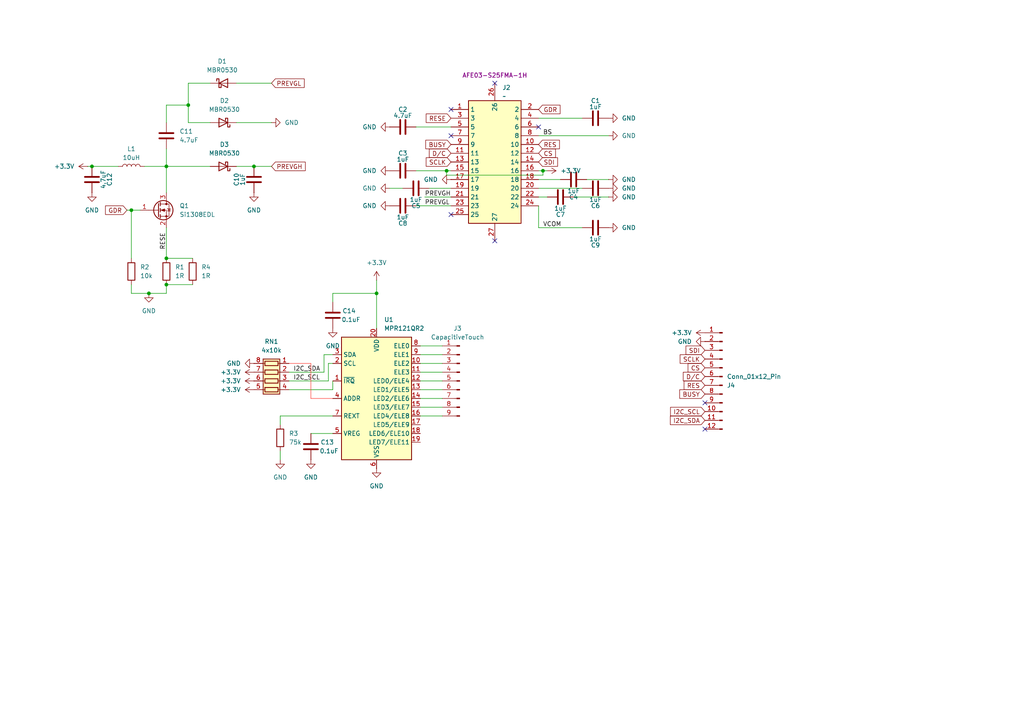
<source format=kicad_sch>
(kicad_sch (version 20250114) (generator "eeschema") (generator_version "9.0")
  (paper "A4")
  (lib_symbols
    (symbol "AFE03-S25FMA-1H:AFE03-S25FMA-1H"
      (property "Reference" "J2" (at 9.8141 3.81 0))
      (property "Value" "~" (at 9.8141 1.27 0))
      (property "Footprint" "AFE03-S25FMA-1H" (at 7.62 7.366 0))
      (symbol "AFE03-S25FMA-1H_1_1"
        (rectangle (start 15.24 0) (end 0 -35.56) (stroke (width 0.254)) (fill (type background)))
        (pin passive line (at -5.08 -2.54 0) (length 5.08) (name "1") (number "1"))
        (pin passive line (at -5.08 -5.08 0) (length 5.08) (name "3") (number "3"))
        (pin passive line (at -5.08 -7.62 0) (length 5.08) (name "5") (number "5"))
        (pin passive line (at -5.08 -10.16 0) (length 5.08) (name "7") (number "7"))
        (pin passive line (at -5.08 -12.7 0) (length 5.08) (name "9") (number "9"))
        (pin passive line (at -5.08 -15.24 0) (length 5.08) (name "11") (number "11"))
        (pin passive line (at -5.08 -17.78 0) (length 5.08) (name "13") (number "13"))
        (pin passive line (at -5.08 -20.32 0) (length 5.08) (name "15") (number "15"))
        (pin passive line (at -5.08 -22.86 0) (length 5.08) (name "17") (number "17"))
        (pin passive line (at -5.08 -25.4 0) (length 5.08) (name "19") (number "19"))
        (pin passive line (at -5.08 -27.94 0) (length 5.08) (name "21") (number "21"))
        (pin passive line (at -5.08 -30.48 0) (length 5.08) (name "23") (number "23"))
        (pin passive line (at -5.08 -33.02 0) (length 5.08) (name "25") (number "25"))
        (pin passive line (at 7.62 5.08 270) (length 5.08) (name "26") (number "26"))
        (pin passive line (at 7.62 -40.64 90) (length 5.08) (name "27") (number "27"))
        (pin passive line (at 20.32 -2.54 180) (length 5.08) (name "2") (number "2"))
        (pin passive line (at 20.32 -5.08 180) (length 5.08) (name "4") (number "4"))
        (pin passive line (at 20.32 -7.62 180) (length 5.08) (name "6") (number "6"))
        (pin passive line (at 20.32 -10.16 180) (length 5.08) (name "8") (number "8"))
        (pin passive line (at 20.32 -12.7 180) (length 5.08) (name "10") (number "10"))
        (pin passive line (at 20.32 -15.24 180) (length 5.08) (name "12") (number "12"))
        (pin passive line (at 20.32 -17.78 180) (length 5.08) (name "14") (number "14"))
        (pin passive line (at 20.32 -20.32 180) (length 5.08) (name "16") (number "16"))
        (pin passive line (at 20.32 -22.86 180) (length 5.08) (name "18") (number "18"))
        (pin passive line (at 20.32 -25.4 180) (length 5.08) (name "20") (number "20"))
        (pin passive line (at 20.32 -27.94 180) (length 5.08) (name "22") (number "22"))
        (pin passive line (at 20.32 -30.48 180) (length 5.08) (name "24") (number "24"))
      )
    )
    (symbol "Connector:Conn_01x09_Pin" (pin_names (offset 1.016) (hide yes))
      (property "Reference" "J" (at 0 12.7 0))
      (property "Value" "Conn_01x09_Pin" (at 0 -12.7 0))
      (symbol "Conn_01x09_Pin_1_1"
        (rectangle (start 0.8636 10.287) (end 0 10.033) (stroke (width 0.1524)) (fill (type outline)))
        (rectangle (start 0.8636 7.747) (end 0 7.493) (stroke (width 0.1524)) (fill (type outline)))
        (rectangle (start 0.8636 5.207) (end 0 4.953) (stroke (width 0.1524)) (fill (type outline)))
        (rectangle (start 0.8636 2.667) (end 0 2.413) (stroke (width 0.1524)) (fill (type outline)))
        (rectangle (start 0.8636 0.127) (end 0 -0.127) (stroke (width 0.1524)) (fill (type outline)))
        (rectangle (start 0.8636 -2.413) (end 0 -2.667) (stroke (width 0.1524)) (fill (type outline)))
        (rectangle (start 0.8636 -4.953) (end 0 -5.207) (stroke (width 0.1524)) (fill (type outline)))
        (rectangle (start 0.8636 -7.493) (end 0 -7.747) (stroke (width 0.1524)) (fill (type outline)))
        (rectangle (start 0.8636 -10.033) (end 0 -10.287) (stroke (width 0.1524)) (fill (type outline)))
        (polyline (pts (xy 1.27 10.16) (xy 0.8636 10.16)) (stroke (width 0.1524)))
        (polyline (pts (xy 1.27 7.62) (xy 0.8636 7.62)) (stroke (width 0.1524)))
        (polyline (pts (xy 1.27 5.08) (xy 0.8636 5.08)) (stroke (width 0.1524)))
        (polyline (pts (xy 1.27 2.54) (xy 0.8636 2.54)) (stroke (width 0.1524)))
        (polyline (pts (xy 1.27 0) (xy 0.8636 0)) (stroke (width 0.1524)))
        (polyline (pts (xy 1.27 -2.54) (xy 0.8636 -2.54)) (stroke (width 0.1524)))
        (polyline (pts (xy 1.27 -5.08) (xy 0.8636 -5.08)) (stroke (width 0.1524)))
        (polyline (pts (xy 1.27 -7.62) (xy 0.8636 -7.62)) (stroke (width 0.1524)))
        (polyline (pts (xy 1.27 -10.16) (xy 0.8636 -10.16)) (stroke (width 0.1524)))
        (pin passive line (at 5.08 10.16 180) (length 3.81) (name "Pin_1") (number "1"))
        (pin passive line (at 5.08 7.62 180) (length 3.81) (name "Pin_2") (number "2"))
        (pin passive line (at 5.08 5.08 180) (length 3.81) (name "Pin_3") (number "3"))
        (pin passive line (at 5.08 2.54 180) (length 3.81) (name "Pin_4") (number "4"))
        (pin passive line (at 5.08 0 180) (length 3.81) (name "Pin_5") (number "5"))
        (pin passive line (at 5.08 -2.54 180) (length 3.81) (name "Pin_6") (number "6"))
        (pin passive line (at 5.08 -5.08 180) (length 3.81) (name "Pin_7") (number "7"))
        (pin passive line (at 5.08 -7.62 180) (length 3.81) (name "Pin_8") (number "8"))
        (pin passive line (at 5.08 -10.16 180) (length 3.81) (name "Pin_9") (number "9"))
      )
    )
    (symbol "Connector:Conn_01x12_Pin" (pin_names (offset 1.016) (hide yes))
      (property "Reference" "J" (at 0 15.24 0))
      (property "Value" "Conn_01x12_Pin" (at 0 -17.78 0))
      (symbol "Conn_01x12_Pin_1_1"
        (rectangle (start 0.8636 12.827) (end 0 12.573) (stroke (width 0.1524)) (fill (type outline)))
        (rectangle (start 0.8636 10.287) (end 0 10.033) (stroke (width 0.1524)) (fill (type outline)))
        (rectangle (start 0.8636 7.747) (end 0 7.493) (stroke (width 0.1524)) (fill (type outline)))
        (rectangle (start 0.8636 5.207) (end 0 4.953) (stroke (width 0.1524)) (fill (type outline)))
        (rectangle (start 0.8636 2.667) (end 0 2.413) (stroke (width 0.1524)) (fill (type outline)))
        (rectangle (start 0.8636 0.127) (end 0 -0.127) (stroke (width 0.1524)) (fill (type outline)))
        (rectangle (start 0.8636 -2.413) (end 0 -2.667) (stroke (width 0.1524)) (fill (type outline)))
        (rectangle (start 0.8636 -4.953) (end 0 -5.207) (stroke (width 0.1524)) (fill (type outline)))
        (rectangle (start 0.8636 -7.493) (end 0 -7.747) (stroke (width 0.1524)) (fill (type outline)))
        (rectangle (start 0.8636 -10.033) (end 0 -10.287) (stroke (width 0.1524)) (fill (type outline)))
        (rectangle (start 0.8636 -12.573) (end 0 -12.827) (stroke (width 0.1524)) (fill (type outline)))
        (rectangle (start 0.8636 -15.113) (end 0 -15.367) (stroke (width 0.1524)) (fill (type outline)))
        (polyline (pts (xy 1.27 12.7) (xy 0.8636 12.7)) (stroke (width 0.1524)))
        (polyline (pts (xy 1.27 10.16) (xy 0.8636 10.16)) (stroke (width 0.1524)))
        (polyline (pts (xy 1.27 7.62) (xy 0.8636 7.62)) (stroke (width 0.1524)))
        (polyline (pts (xy 1.27 5.08) (xy 0.8636 5.08)) (stroke (width 0.1524)))
        (polyline (pts (xy 1.27 2.54) (xy 0.8636 2.54)) (stroke (width 0.1524)))
        (polyline (pts (xy 1.27 0) (xy 0.8636 0)) (stroke (width 0.1524)))
        (polyline (pts (xy 1.27 -2.54) (xy 0.8636 -2.54)) (stroke (width 0.1524)))
        (polyline (pts (xy 1.27 -5.08) (xy 0.8636 -5.08)) (stroke (width 0.1524)))
        (polyline (pts (xy 1.27 -7.62) (xy 0.8636 -7.62)) (stroke (width 0.1524)))
        (polyline (pts (xy 1.27 -10.16) (xy 0.8636 -10.16)) (stroke (width 0.1524)))
        (polyline (pts (xy 1.27 -12.7) (xy 0.8636 -12.7)) (stroke (width 0.1524)))
        (polyline (pts (xy 1.27 -15.24) (xy 0.8636 -15.24)) (stroke (width 0.1524)))
        (pin passive line (at 5.08 12.7 180) (length 3.81) (name "Pin_1") (number "1"))
        (pin passive line (at 5.08 10.16 180) (length 3.81) (name "Pin_2") (number "2"))
        (pin passive line (at 5.08 7.62 180) (length 3.81) (name "Pin_3") (number "3"))
        (pin passive line (at 5.08 5.08 180) (length 3.81) (name "Pin_4") (number "4"))
        (pin passive line (at 5.08 2.54 180) (length 3.81) (name "Pin_5") (number "5"))
        (pin passive line (at 5.08 0 180) (length 3.81) (name "Pin_6") (number "6"))
        (pin passive line (at 5.08 -2.54 180) (length 3.81) (name "Pin_7") (number "7"))
        (pin passive line (at 5.08 -5.08 180) (length 3.81) (name "Pin_8") (number "8"))
        (pin passive line (at 5.08 -7.62 180) (length 3.81) (name "Pin_9") (number "9"))
        (pin passive line (at 5.08 -10.16 180) (length 3.81) (name "Pin_10") (number "10"))
        (pin passive line (at 5.08 -12.7 180) (length 3.81) (name "Pin_11") (number "11"))
        (pin passive line (at 5.08 -15.24 180) (length 3.81) (name "Pin_12") (number "12"))
      )
    )
    (symbol "Device:C" (pin_numbers (hide yes)) (pin_names (offset 0.254))
      (property "Reference" "C" (at 0.635 2.54 0))
      (property "Value" "C" (at 0.635 -2.54 0))
      (symbol "C_0_1"
        (polyline (pts (xy -2.032 0.762) (xy 2.032 0.762)) (stroke (width 0.508)))
        (polyline (pts (xy -2.032 -0.762) (xy 2.032 -0.762)) (stroke (width 0.508)))
      )
      (symbol "C_1_1"
        (pin passive line (at 0 3.81 270) (length 2.794) (name "~") (number "1"))
        (pin passive line (at 0 -3.81 90) (length 2.794) (name "~") (number "2"))
      )
    )
    (symbol "Device:L" (pin_numbers (hide yes)) (pin_names (offset 1.016) (hide yes))
      (property "Reference" "L" (at -1.27 0 90))
      (property "Value" "L" (at 1.905 0 90))
      (symbol "L_0_1"
        (arc (start 0 2.54) (mid 0.6323 1.905) (end 0 1.27))
        (arc (start 0 1.27) (mid 0.6323 0.635) (end 0 0))
        (arc (start 0 0) (mid 0.6323 -0.635) (end 0 -1.27))
        (arc (start 0 -1.27) (mid 0.6323 -1.905) (end 0 -2.54))
      )
      (symbol "L_1_1"
        (pin passive line (at 0 3.81 270) (length 1.27) (name "1") (number "1"))
        (pin passive line (at 0 -3.81 90) (length 1.27) (name "2") (number "2"))
      )
    )
    (symbol "Device:R" (pin_numbers (hide yes)) (pin_names (offset 0))
      (property "Reference" "R" (at 2.032 0 90))
      (property "Value" "R" (at 0 0 90))
      (symbol "R_0_1"
        (rectangle (start -1.016 -2.54) (end 1.016 2.54) (stroke (width 0.254)))
      )
      (symbol "R_1_1"
        (pin passive line (at 0 3.81 270) (length 1.27) (name "~") (number "1"))
        (pin passive line (at 0 -3.81 90) (length 1.27) (name "~") (number "2"))
      )
    )
    (symbol "Device:R_Pack04" (pin_names (offset 0) (hide yes))
      (property "Reference" "RN" (at -7.62 0 90))
      (property "Value" "R_Pack04" (at 5.08 0 90))
      (symbol "R_Pack04_0_1"
        (rectangle (start -6.35 -2.413) (end 3.81 2.413) (stroke (width 0.254)) (fill (type background)))
        (rectangle (start -5.715 1.905) (end -4.445 -1.905) (stroke (width 0.254)))
        (polyline (pts (xy -5.08 1.905) (xy -5.08 2.54)))
        (polyline (pts (xy -5.08 -2.54) (xy -5.08 -1.905)))
        (rectangle (start -3.175 1.905) (end -1.905 -1.905) (stroke (width 0.254)))
        (polyline (pts (xy -2.54 1.905) (xy -2.54 2.54)))
        (polyline (pts (xy -2.54 -2.54) (xy -2.54 -1.905)))
        (rectangle (start -0.635 1.905) (end 0.635 -1.905) (stroke (width 0.254)))
        (polyline (pts (xy 0 1.905) (xy 0 2.54)))
        (polyline (pts (xy 0 -2.54) (xy 0 -1.905)))
        (rectangle (start 1.905 1.905) (end 3.175 -1.905) (stroke (width 0.254)))
        (polyline (pts (xy 2.54 1.905) (xy 2.54 2.54)))
        (polyline (pts (xy 2.54 -2.54) (xy 2.54 -1.905)))
      )
      (symbol "R_Pack04_1_1"
        (pin passive line (at -5.08 5.08 270) (length 2.54) (name "R1.2") (number "8"))
        (pin passive line (at -5.08 -5.08 90) (length 2.54) (name "R1.1") (number "1"))
        (pin passive line (at -2.54 5.08 270) (length 2.54) (name "R2.2") (number "7"))
        (pin passive line (at -2.54 -5.08 90) (length 2.54) (name "R2.1") (number "2"))
        (pin passive line (at 0 5.08 270) (length 2.54) (name "R3.2") (number "6"))
        (pin passive line (at 0 -5.08 90) (length 2.54) (name "R3.1") (number "3"))
        (pin passive line (at 2.54 5.08 270) (length 2.54) (name "R4.2") (number "5"))
        (pin passive line (at 2.54 -5.08 90) (length 2.54) (name "R4.1") (number "4"))
      )
    )
    (symbol "Diode:MBR0530" (pin_numbers (hide yes)) (pin_names (offset 1.016) (hide yes))
      (property "Reference" "D" (at 0 2.54 0))
      (property "Value" "MBR0530" (at 0 -2.54 0))
      (symbol "MBR0530_0_1"
        (polyline (pts (xy -1.905 0.635) (xy -1.905 1.27) (xy -1.27 1.27) (xy -1.27 -1.27) (xy -0.635 -1.27) (xy -0.635 -0.635)) (stroke (width 0.254)))
        (polyline (pts (xy 1.27 1.27) (xy 1.27 -1.27) (xy -1.27 0) (xy 1.27 1.27)) (stroke (width 0.254)))
        (polyline (pts (xy 1.27 0) (xy -1.27 0)))
      )
      (symbol "MBR0530_1_1"
        (pin passive line (at -3.81 0 0) (length 2.54) (name "K") (number "1"))
        (pin passive line (at 3.81 0 180) (length 2.54) (name "A") (number "2"))
      )
    )
    (symbol "Sensor_Touch:MPR121QR2"
      (property "Reference" "U" (at -10.16 19.05 0))
      (property "Value" "MPR121QR2" (at 6.35 19.05 0))
      (symbol "MPR121QR2_0_1"
        (rectangle (start -10.16 17.78) (end 10.16 -17.78) (stroke (width 0.254)) (fill (type background)))
      )
      (symbol "MPR121QR2_1_1"
        (pin bidirectional line (at -12.7 12.7 0) (length 2.54) (name "SDA") (number "3"))
        (pin input line (at -12.7 10.16 0) (length 2.54) (name "SCL") (number "2"))
        (pin open_collector line (at -12.7 5.08 0) (length 2.54) (name "~{IRQ}") (number "1"))
        (pin input line (at -12.7 0 0) (length 2.54) (name "ADDR") (number "4"))
        (pin passive line (at -12.7 -5.08 0) (length 2.54) (name "REXT") (number "7"))
        (pin passive line (at -12.7 -10.16 0) (length 2.54) (name "VREG") (number "5"))
        (pin power_in line (at 0 20.32 270) (length 2.54) (name "VDD") (number "20"))
        (pin power_in line (at 0 -20.32 90) (length 2.54) (name "VSS") (number "6"))
        (pin passive line (at 12.7 15.24 180) (length 2.54) (name "ELE0") (number "8"))
        (pin passive line (at 12.7 12.7 180) (length 2.54) (name "ELE1") (number "9"))
        (pin passive line (at 12.7 10.16 180) (length 2.54) (name "ELE2") (number "10"))
        (pin passive line (at 12.7 7.62 180) (length 2.54) (name "ELE3") (number "11"))
        (pin passive line (at 12.7 5.08 180) (length 2.54) (name "LED0/ELE4") (number "12"))
        (pin passive line (at 12.7 2.54 180) (length 2.54) (name "LED1/ELE5") (number "13"))
        (pin passive line (at 12.7 0 180) (length 2.54) (name "LED2/ELE6") (number "14"))
        (pin passive line (at 12.7 -2.54 180) (length 2.54) (name "LED3/ELE7") (number "15"))
        (pin passive line (at 12.7 -5.08 180) (length 2.54) (name "LED4/ELE8") (number "16"))
        (pin passive line (at 12.7 -7.62 180) (length 2.54) (name "LED5/ELE9") (number "17"))
        (pin passive line (at 12.7 -10.16 180) (length 2.54) (name "LED6/ELE10") (number "18"))
        (pin passive line (at 12.7 -12.7 180) (length 2.54) (name "LED7/ELE11") (number "19"))
      )
    )
    (symbol "Transistor_FET:Si1308EDL" (pin_names (hide yes))
      (property "Reference" "Q" (at 5.08 1.905 0))
      (property "Value" "Si1308EDL" (at 5.08 0 0))
      (symbol "Si1308EDL_0_1"
        (polyline (pts (xy 0.254 1.905) (xy 0.254 -1.905)) (stroke (width 0.254)))
        (polyline (pts (xy 0.254 0) (xy -2.54 0)))
        (polyline (pts (xy 0.762 2.286) (xy 0.762 1.27)) (stroke (width 0.254)))
        (polyline (pts (xy 0.762 0.508) (xy 0.762 -0.508)) (stroke (width 0.254)))
        (polyline (pts (xy 0.762 -1.27) (xy 0.762 -2.286)) (stroke (width 0.254)))
        (polyline (pts (xy 0.762 -1.778) (xy 3.302 -1.778) (xy 3.302 1.778) (xy 0.762 1.778)))
        (polyline (pts (xy 1.016 0) (xy 2.032 0.381) (xy 2.032 -0.381) (xy 1.016 0)) (fill (type outline)))
        (circle (center 1.651 0) (radius 2.794) (stroke (width 0.254)))
        (polyline (pts (xy 2.54 2.54) (xy 2.54 1.778)))
        (circle (center 2.54 1.778) (radius 0.254) (fill (type outline)))
        (circle (center 2.54 -1.778) (radius 0.254) (fill (type outline)))
        (polyline (pts (xy 2.54 -2.54) (xy 2.54 0) (xy 0.762 0)))
        (polyline (pts (xy 2.794 0.508) (xy 2.921 0.381) (xy 3.683 0.381) (xy 3.81 0.254)))
        (polyline (pts (xy 3.302 0.381) (xy 2.921 -0.254) (xy 3.683 -0.254) (xy 3.302 0.381)))
      )
      (symbol "Si1308EDL_1_1"
        (pin input line (at -5.08 0 0) (length 2.54) (name "G") (number "1"))
        (pin passive line (at 2.54 5.08 270) (length 2.54) (name "D") (number "3"))
        (pin passive line (at 2.54 -5.08 90) (length 2.54) (name "S") (number "2"))
      )
    )
    (symbol "power:+3.3V" (power) (pin_numbers (hide yes)) (pin_names (offset 0) (hide yes))
      (property "Value" "+3.3V" (at 0 3.556 0))
      (symbol "+3.3V_0_1"
        (polyline (pts (xy -0.762 1.27) (xy 0 2.54)))
        (polyline (pts (xy 0 2.54) (xy 0.762 1.27)))
        (polyline (pts (xy 0 0) (xy 0 2.54)))
      )
      (symbol "+3.3V_1_1"
        (pin power_in line (at 0 0 90) (length 0) (name "~") (number "1"))
      )
    )
    (symbol "power:GND" (power) (pin_numbers (hide yes)) (pin_names (offset 0) (hide yes))
      (property "Value" "GND" (at 0 -3.81 0))
      (symbol "GND_0_1"
        (polyline (pts (xy 0 0) (xy 0 -1.27) (xy 1.27 -1.27) (xy 0 -2.54) (xy -1.27 -1.27) (xy 0 -1.27)))
      )
      (symbol "GND_1_1"
        (pin power_in line (at 0 0 270) (length 0) (name "~") (number "1"))
      )
    )
  )
  (junction (at 129.54 49.53))
  (junction (at 43.18 85.09))
  (junction (at 109.22 85.09))
  (junction (at 54.61 30.48))
  (junction (at 48.26 82.55))
  (junction (at 73.66 48.26))
  (junction (at 157.48 49.53))
  (junction (at 48.26 74.93))
  (junction (at 26.67 48.26))
  (junction (at 48.26 48.26))
  (junction (at 38.1 60.96))
  (no_connect (at 130.81 62.23))
  (no_connect (at 143.51 69.85))
  (no_connect (at 204.47 124.46))
  (no_connect (at 130.81 31.75))
  (no_connect (at 143.51 24.13))
  (no_connect (at 204.47 116.84))
  (no_connect (at 130.81 39.37))
  (no_connect (at 156.21 36.83))
  (wire (pts (xy 113.03 54.61) (xy 116.84 54.61)))
  (wire (pts (xy 54.61 35.56) (xy 60.96 35.56)))
  (wire (pts (xy 176.53 57.15) (xy 166.37 57.15)))
  (wire (pts (xy 38.1 60.96) (xy 40.64 60.96)))
  (wire (pts (xy 26.67 48.26) (xy 34.29 48.26)))
  (wire (pts (xy 48.26 85.09) (xy 48.26 82.55)))
  (wire (pts (xy 121.92 102.87) (xy 128.27 102.87)))
  (wire (pts (xy 158.75 49.53) (xy 157.48 49.53)))
  (wire (pts (xy 121.92 115.57) (xy 128.27 115.57)))
  (wire (pts (xy 121.92 113.03) (xy 128.27 113.03)))
  (wire (pts (xy 96.52 102.87) (xy 93.98 102.87)))
  (wire (pts (xy 48.26 66.04) (xy 48.26 74.93)))
  (wire (pts (xy 157.48 49.53) (xy 156.21 49.53)))
  (wire (pts (xy 109.22 81.28) (xy 109.22 85.09)))
  (wire (pts (xy 156.21 59.69) (xy 156.21 66.04)))
  (wire (pts (xy 121.92 118.11) (xy 128.27 118.11)))
  (wire (pts (xy 129.54 49.53) (xy 129.54 50.8)))
  (wire (pts (xy 38.1 85.09) (xy 43.18 85.09)))
  (wire (pts (xy 54.61 30.48) (xy 54.61 35.56)))
  (wire (pts (xy 156.21 57.15) (xy 158.75 57.15)))
  (wire (pts (xy 96.52 113.03) (xy 96.52 110.49)))
  (wire (pts (xy 121.92 100.33) (xy 128.27 100.33)))
  (wire (pts (xy 83.82 110.49) (xy 95.25 110.49)))
  (wire (pts (xy 96.52 85.09) (xy 109.22 85.09)))
  (wire (pts (xy 48.26 55.88) (xy 48.26 48.26)))
  (wire (pts (xy 78.74 24.13) (xy 68.58 24.13)))
  (wire (pts (xy 156.21 34.29) (xy 168.91 34.29)))
  (wire (pts (xy 90.17 105.41) (xy 83.82 105.41)) (stroke (width 0) (color 255 63 56 1)))
  (wire (pts (xy 68.58 48.26) (xy 73.66 48.26)))
  (wire (pts (xy 129.54 49.53) (xy 130.81 49.53)))
  (wire (pts (xy 156.21 66.04) (xy 168.91 66.04)))
  (wire (pts (xy 95.25 105.41) (xy 95.25 110.49)))
  (wire (pts (xy 121.92 107.95) (xy 128.27 107.95)))
  (wire (pts (xy 129.54 50.8) (xy 157.48 50.8)))
  (wire (pts (xy 43.18 85.09) (xy 48.26 85.09)))
  (wire (pts (xy 156.21 54.61) (xy 168.91 54.61)))
  (wire (pts (xy 93.98 102.87) (xy 93.98 107.95)))
  (wire (pts (xy 36.83 60.96) (xy 38.1 60.96)))
  (wire (pts (xy 41.91 48.26) (xy 48.26 48.26)))
  (wire (pts (xy 157.48 50.8) (xy 157.48 49.53)))
  (wire (pts (xy 96.52 125.73) (xy 90.17 125.73)))
  (wire (pts (xy 90.17 115.57) (xy 90.17 105.41)) (stroke (width 0) (color 255 63 56 1)))
  (wire (pts (xy 60.96 24.13) (xy 54.61 24.13)))
  (wire (pts (xy 123.19 57.15) (xy 130.81 57.15)))
  (wire (pts (xy 81.28 133.35) (xy 81.28 130.81)))
  (wire (pts (xy 81.28 123.19) (xy 81.28 120.65)))
  (wire (pts (xy 176.53 52.07) (xy 170.18 52.07)))
  (wire (pts (xy 38.1 82.55) (xy 38.1 85.09)))
  (wire (pts (xy 96.52 105.41) (xy 95.25 105.41)))
  (wire (pts (xy 96.52 115.57) (xy 90.17 115.57)) (stroke (width 0) (color 255 63 56 1)))
  (wire (pts (xy 109.22 85.09) (xy 109.22 95.25)))
  (wire (pts (xy 120.65 59.69) (xy 130.81 59.69)))
  (wire (pts (xy 48.26 48.26) (xy 60.96 48.26)))
  (wire (pts (xy 83.82 113.03) (xy 96.52 113.03)))
  (wire (pts (xy 48.26 35.56) (xy 48.26 30.48)))
  (wire (pts (xy 78.74 35.56) (xy 68.58 35.56)))
  (wire (pts (xy 121.92 120.65) (xy 128.27 120.65)))
  (wire (pts (xy 25.4 48.26) (xy 26.67 48.26)))
  (wire (pts (xy 120.65 36.83) (xy 130.81 36.83)))
  (wire (pts (xy 38.1 60.96) (xy 38.1 74.93)))
  (wire (pts (xy 121.92 110.49) (xy 128.27 110.49)))
  (wire (pts (xy 120.65 49.53) (xy 129.54 49.53)))
  (wire (pts (xy 54.61 24.13) (xy 54.61 30.48)))
  (wire (pts (xy 48.26 82.55) (xy 55.88 82.55)))
  (wire (pts (xy 124.46 54.61) (xy 130.81 54.61)))
  (wire (pts (xy 176.53 39.37) (xy 156.21 39.37)))
  (wire (pts (xy 83.82 107.95) (xy 93.98 107.95)))
  (wire (pts (xy 96.52 87.63) (xy 96.52 85.09)))
  (wire (pts (xy 55.88 74.93) (xy 48.26 74.93)))
  (wire (pts (xy 81.28 120.65) (xy 96.52 120.65)))
  (wire (pts (xy 48.26 30.48) (xy 54.61 30.48)))
  (wire (pts (xy 48.26 43.18) (xy 48.26 48.26)))
  (wire (pts (xy 73.66 48.26) (xy 78.74 48.26)))
  (wire (pts (xy 156.21 52.07) (xy 162.56 52.07)))
  (wire (pts (xy 121.92 105.41) (xy 128.27 105.41)))
  (label "I2C_SCL" (at 85.09 110.49 0))
  (label "PREVGL" (at 123.19 59.69 0))
  (label "PREVGH" (at 123.19 57.15 0))
  (label "RESE" (at 48.26 72.39 90))
  (label "BS" (at 157.48 39.37 0))
  (label "VCOM" (at 157.48 66.04 0))
  (label "I2C_SDA" (at 85.09 107.95 0))
  (global_label "D{slash}C" (shape input) (at 130.81 44.45 180) (property "Intersheetrefs" "${INTERSHEET_REFS}" (effects (hide yes))))
  (global_label "GDR" (shape input) (at 156.21 31.75 0) (property "Intersheetrefs" "${INTERSHEET_REFS}" (effects (hide yes))))
  (global_label "D{slash}C" (shape input) (at 204.47 109.22 180) (property "Intersheetrefs" "${INTERSHEET_REFS}" (effects (hide yes))))
  (global_label "SCLK" (shape input) (at 130.81 46.99 180) (property "Intersheetrefs" "${INTERSHEET_REFS}" (effects (hide yes))))
  (global_label "GDR" (shape input) (at 36.83 60.96 180) (property "Intersheetrefs" "${INTERSHEET_REFS}" (effects (hide yes))))
  (global_label "I2C_SDA" (shape input) (at 204.47 121.92 180) (property "Intersheetrefs" "${INTERSHEET_REFS}" (effects (hide yes))))
  (global_label "SDI" (shape input) (at 204.47 101.6 180) (property "Intersheetrefs" "${INTERSHEET_REFS}" (effects (hide yes))))
  (global_label "PREVGH" (shape input) (at 78.74 48.26 0) (property "Intersheetrefs" "${INTERSHEET_REFS}" (effects (hide yes))))
  (global_label "CS" (shape input) (at 204.47 106.68 180) (property "Intersheetrefs" "${INTERSHEET_REFS}" (effects (hide yes))))
  (global_label "SDI" (shape input) (at 156.21 46.99 0) (property "Intersheetrefs" "${INTERSHEET_REFS}" (effects (hide yes))))
  (global_label "BUSY" (shape input) (at 204.47 114.3 180) (property "Intersheetrefs" "${INTERSHEET_REFS}" (effects (hide yes))))
  (global_label "RES" (shape input) (at 156.21 41.91 0) (property "Intersheetrefs" "${INTERSHEET_REFS}" (effects (hide yes))))
  (global_label "RES" (shape input) (at 204.47 111.76 180) (property "Intersheetrefs" "${INTERSHEET_REFS}" (effects (hide yes))))
  (global_label "SCLK" (shape input) (at 204.47 104.14 180) (property "Intersheetrefs" "${INTERSHEET_REFS}" (effects (hide yes))))
  (global_label "I2C_SCL" (shape input) (at 204.47 119.38 180) (property "Intersheetrefs" "${INTERSHEET_REFS}" (effects (hide yes))))
  (global_label "CS" (shape input) (at 156.21 44.45 0) (property "Intersheetrefs" "${INTERSHEET_REFS}" (effects (hide yes))))
  (global_label "PREVGL" (shape input) (at 78.74 24.13 0) (property "Intersheetrefs" "${INTERSHEET_REFS}" (effects (hide yes))))
  (global_label "RESE" (shape input) (at 130.81 34.29 180) (property "Intersheetrefs" "${INTERSHEET_REFS}" (effects (hide yes))))
  (global_label "BUSY" (shape input) (at 130.81 41.91 180) (property "Intersheetrefs" "${INTERSHEET_REFS}" (effects (hide yes))))
  (symbol (lib_id "power:+3.3V") (at 73.66 107.95 90) (unit 1)
    (property "Reference" "#PWR019" (effects (hide yes)))
    (property "Value" "+3.3V" (at 69.85 107.9499 90) (effects (justify left)))
    (property "Description" "Power symbol creates a global label with name \"+3.3V\"" (effects (hide yes)))
  )
  (symbol (lib_id "power:GND") (at 176.53 39.37 90) (unit 1)
    (property "Reference" "#PWR03" (effects (hide yes)))
    (property "Value" "GND" (at 180.34 39.3699 90) (effects (justify right)))
    (property "Description" "Power symbol creates a global label with name \"GND\" , ground" (effects (hide yes)))
  )
  (symbol (lib_id "Sensor_Touch:MPR121QR2") (at 109.22 115.57 0) (unit 1)
    (property "Reference" "U1" (at 111.4141 92.71 0) (effects (justify left)))
    (property "Value" "MPR121QR2" (at 111.4141 95.25 0) (effects (justify left)))
    (property "Footprint" "Package_DFN_QFN:UQFN-20_3x3mm_P0.4mm" (effects (hide yes)))
    (property "Datasheet" "https://resurgentsemi.com/wp-content/uploads/2018/09/MPR121_rev5-Resurgent.pdf?d453f8&d453f8" (effects (hide yes)))
    (property "Description" "12ch Touch Sensor controller, UQFN-20" (effects (hide yes)))
    (property "MPN" "MPR121QR2" (effects (hide yes)))
  )
  (symbol (lib_id "Connector:Conn_01x09_Pin") (at 133.35 110.49 0) (mirror y) (unit 1)
    (property "Reference" "J3" (at 132.715 95.25 0))
    (property "Value" "CapacitiveTouch" (at 132.715 97.79 0))
    (property "Footprint" "TouchSlider:TouchSlider-9_50x10mm" (effects (hide yes)))
    (property "Description" "Generic connector, single row, 01x09, script generated" (effects (hide yes)))
  )
  (symbol (lib_id "power:+3.3V") (at 158.75 49.53 270) (unit 1)
    (property "Reference" "#PWR017" (effects (hide yes)))
    (property "Value" "+3.3V" (at 162.56 49.5299 90) (effects (justify left)))
    (property "Description" "Power symbol creates a global label with name \"+3.3V\"" (effects (hide yes)))
  )
  (symbol (lib_id "Device:C") (at 166.37 52.07 270) (unit 1)
    (property "Reference" "C4" (at 166.37 57.15 90))
    (property "Value" "1uF" (at 166.37 55.372 90))
    (property "Footprint" "Capacitor_SMD:C_0402_1005Metric" (effects (hide yes)))
    (property "Description" "Unpolarized capacitor" (effects (hide yes)))
    (property "MPN" "CL05A105KA5NQNC" (effects (hide yes)))
  )
  (symbol (lib_id "power:GND") (at 176.53 57.15 90) (unit 1)
    (property "Reference" "#PWR09" (effects (hide yes)))
    (property "Value" "GND" (at 180.34 57.1501 90) (effects (justify right)))
    (property "Description" "Power symbol creates a global label with name \"GND\" , ground" (effects (hide yes)))
  )
  (symbol (lib_id "AFE03-S25FMA-1H:AFE03-S25FMA-1H") (at 135.89 29.21 0) (unit 1)
    (property "Reference" "J2" (at 145.7041 25.4 0) (effects (justify left)))
    (property "Value" "~" (at 145.7041 27.94 0) (effects (justify left)))
    (property "Footprint" "AFE03-S25FMA-1H" (at 143.51 21.844 0))
    (property "MPN" "AFE03-S25FMA-1H" (effects (hide yes)))
  )
  (symbol (lib_id "Device:C") (at 172.72 66.04 270) (unit 1)
    (property "Reference" "C9" (at 172.72 71.12 90))
    (property "Value" "1uF" (at 172.72 69.342 90))
    (property "Footprint" "Capacitor_SMD:C_0402_1005Metric" (effects (hide yes)))
    (property "Description" "Unpolarized capacitor" (effects (hide yes)))
    (property "MPN" "CL05A105KA5NQNC" (effects (hide yes)))
  )
  (symbol (lib_id "Device:C") (at 48.26 39.37 0) (unit 1)
    (property "Reference" "C11" (at 52.07 38.0999 0) (effects (justify left)))
    (property "Value" "4.7uF" (at 52.07 40.6399 0) (effects (justify left)))
    (property "Footprint" "Capacitor_SMD:C_0805_2012Metric" (effects (hide yes)))
    (property "Description" "Unpolarized capacitor" (effects (hide yes)))
    (property "MPN" "CL21A475KAQNNNE" (effects (hide yes)))
  )
  (symbol (lib_id "power:GND") (at 176.53 66.04 90) (unit 1)
    (property "Reference" "#PWR011" (effects (hide yes)))
    (property "Value" "GND" (at 180.34 66.0401 90) (effects (justify right)))
    (property "Description" "Power symbol creates a global label with name \"GND\" , ground" (effects (hide yes)))
  )
  (symbol (lib_id "power:GND") (at 113.03 49.53 270) (unit 1)
    (property "Reference" "#PWR04" (effects (hide yes)))
    (property "Value" "GND" (at 109.22 49.5299 90) (effects (justify right)))
    (property "Description" "Power symbol creates a global label with name \"GND\" , ground" (effects (hide yes)))
  )
  (symbol (lib_id "Device:C") (at 73.66 52.07 180) (unit 1)
    (property "Reference" "C10" (at 68.58 52.07 90))
    (property "Value" "1uF" (at 70.358 52.07 90))
    (property "Footprint" "Capacitor_SMD:C_0402_1005Metric" (effects (hide yes)))
    (property "Description" "Unpolarized capacitor" (effects (hide yes)))
    (property "MPN" "CL05A105KA5NQNC" (effects (hide yes)))
  )
  (symbol (lib_id "power:GND") (at 96.52 95.25 0) (unit 1)
    (property "Reference" "#PWR025" (effects (hide yes)))
    (property "Value" "GND" (at 96.52 100.33 0))
    (property "Description" "Power symbol creates a global label with name \"GND\" , ground" (effects (hide yes)))
  )
  (symbol (lib_id "power:+3.3V") (at 204.47 96.52 90) (unit 1)
    (property "Reference" "#PWR030" (effects (hide yes)))
    (property "Value" "+3.3V" (at 200.66 96.5199 90) (effects (justify left)))
    (property "Description" "Power symbol creates a global label with name \"+3.3V\"" (effects (hide yes)))
  )
  (symbol (lib_id "Device:C") (at 96.52 91.44 0) (unit 1)
    (property "Reference" "C14" (at 99.314 90.17 0) (effects (justify left)))
    (property "Value" "0.1uF" (at 99.06 92.71 0) (effects (justify left)))
    (property "Footprint" "Capacitor_SMD:C_0402_1005Metric" (effects (hide yes)))
    (property "Description" "Unpolarized capacitor" (effects (hide yes)))
    (property "MPN" "CL05B104KO5NNNC" (effects (hide yes)))
  )
  (symbol (lib_id "power:GND") (at 130.81 52.07 270) (unit 1)
    (property "Reference" "#PWR05" (effects (hide yes)))
    (property "Value" "GND" (at 127 52.0699 90) (effects (justify right)))
    (property "Description" "Power symbol creates a global label with name \"GND\" , ground" (effects (hide yes)))
  )
  (symbol (lib_id "Connector:Conn_01x12_Pin") (at 209.55 109.22 0) (mirror y) (unit 1)
    (property "Reference" "J4" (at 210.82 111.7601 0) (effects (justify right)))
    (property "Value" "Conn_01x12_Pin" (at 210.82 109.2201 0) (effects (justify right)))
    (property "Footprint" "AFC01-S12FCA-00:AFC01-S12FCA-00" (effects (hide yes)))
    (property "Description" "Generic connector, single row, 01x12, script generated" (effects (hide yes)))
    (property "MPN" "AFC01-S12FCA-00" (effects (hide yes)))
  )
  (symbol (lib_id "power:GND") (at 90.17 133.35 0) (unit 1)
    (property "Reference" "#PWR024" (effects (hide yes)))
    (property "Value" "GND" (at 90.17 138.43 0))
    (property "Description" "Power symbol creates a global label with name \"GND\" , ground" (effects (hide yes)))
  )
  (symbol (lib_id "power:GND") (at 26.67 55.88 0) (unit 1)
    (property "Reference" "#PWR014" (effects (hide yes)))
    (property "Value" "GND" (at 26.67 60.96 0))
    (property "Description" "Power symbol creates a global label with name \"GND\" , ground" (effects (hide yes)))
  )
  (symbol (lib_id "power:+3.3V") (at 73.66 110.49 90) (unit 1)
    (property "Reference" "#PWR020" (effects (hide yes)))
    (property "Value" "+3.3V" (at 69.85 110.4899 90) (effects (justify left)))
    (property "Description" "Power symbol creates a global label with name \"+3.3V\"" (effects (hide yes)))
  )
  (symbol (lib_id "power:GND") (at 73.66 55.88 0) (unit 1)
    (property "Reference" "#PWR012" (effects (hide yes)))
    (property "Value" "GND" (at 73.66 60.96 0))
    (property "Description" "Power symbol creates a global label with name \"GND\" , ground" (effects (hide yes)))
  )
  (symbol (lib_id "Diode:MBR0530") (at 64.77 48.26 180) (unit 1)
    (property "Reference" "D3" (at 65.0875 41.91 0))
    (property "Value" "MBR0530" (at 65.0875 44.45 0))
    (property "Footprint" "Diode_SMD:D_SOD-123" (effects (hide yes)))
    (property "Datasheet" "http://www.mccsemi.com/up_pdf/MBR0520~MBR0580(SOD123).pdf" (effects (hide yes)))
    (property "Description" "30V 0.5A Schottky Power Rectifier Diode, SOD-123" (effects (hide yes)))
    (property "MPN" "MBR0530" (effects (hide yes)))
  )
  (symbol (lib_id "power:GND") (at 204.47 99.06 270) (unit 1)
    (property "Reference" "#PWR029" (effects (hide yes)))
    (property "Value" "GND" (at 200.66 99.0599 90) (effects (justify right)))
    (property "Description" "Power symbol creates a global label with name \"GND\" , ground" (effects (hide yes)))
  )
  (symbol (lib_id "Device:C") (at 172.72 34.29 90) (unit 1)
    (property "Reference" "C1" (at 172.72 29.21 90))
    (property "Value" "1uF" (at 172.72 30.988 90))
    (property "Footprint" "Capacitor_SMD:C_0402_1005Metric" (effects (hide yes)))
    (property "Description" "Unpolarized capacitor" (effects (hide yes)))
    (property "MPN" "CL05A105KA5NQNC" (effects (hide yes)))
  )
  (symbol (lib_id "Transistor_FET:Si1308EDL") (at 45.72 60.96 0) (unit 1)
    (property "Reference" "Q1" (at 52.07 59.6899 0) (effects (justify left)))
    (property "Value" "Si1308EDL" (at 52.07 62.2299 0) (effects (justify left)))
    (property "Footprint" "Package_TO_SOT_SMD:SOT-323_SC-70" (effects (hide yes)))
    (property "Datasheet" "https://www.vishay.com/docs/63399/si1308edl.pdf" (effects (hide yes)))
    (property "Description" "30V Vds, 1.4A Id, N-Channel MOSFET, SC-70" (effects (hide yes)))
    (property "MPN" "Si1308EDL" (effects (hide yes)))
  )
  (symbol (lib_id "Device:C") (at 116.84 36.83 90) (unit 1)
    (property "Reference" "C2" (at 116.84 31.75 90))
    (property "Value" "4.7uF" (at 116.84 33.528 90))
    (property "Footprint" "Capacitor_SMD:C_0402_1005Metric" (effects (hide yes)))
    (property "Description" "Unpolarized capacitor" (effects (hide yes)))
    (property "MPN" "CL05A475MP5NRNC" (effects (hide yes)))
  )
  (symbol (lib_id "power:GND") (at 113.03 59.69 270) (unit 1)
    (property "Reference" "#PWR010" (effects (hide yes)))
    (property "Value" "GND" (at 109.22 59.6899 90) (effects (justify right)))
    (property "Description" "Power symbol creates a global label with name \"GND\" , ground" (effects (hide yes)))
  )
  (symbol (lib_id "power:GND") (at 113.03 36.83 270) (unit 1)
    (property "Reference" "#PWR02" (effects (hide yes)))
    (property "Value" "GND" (at 109.22 36.8299 90) (effects (justify right)))
    (property "Description" "Power symbol creates a global label with name \"GND\" , ground" (effects (hide yes)))
  )
  (symbol (lib_id "power:GND") (at 81.28 133.35 0) (unit 1)
    (property "Reference" "#PWR023" (effects (hide yes)))
    (property "Value" "GND" (at 81.28 138.43 0))
    (property "Description" "Power symbol creates a global label with name \"GND\" , ground" (effects (hide yes)))
  )
  (symbol (lib_id "power:GND") (at 113.03 54.61 270) (unit 1)
    (property "Reference" "#PWR07" (effects (hide yes)))
    (property "Value" "GND" (at 109.22 54.6099 90) (effects (justify right)))
    (property "Description" "Power symbol creates a global label with name \"GND\" , ground" (effects (hide yes)))
  )
  (symbol (lib_id "power:GND") (at 78.74 35.56 90) (unit 1)
    (property "Reference" "#PWR013" (effects (hide yes)))
    (property "Value" "GND" (at 82.55 35.5599 90) (effects (justify right)))
    (property "Description" "Power symbol creates a global label with name \"GND\" , ground" (effects (hide yes)))
  )
  (symbol (lib_id "Diode:MBR0530") (at 64.77 35.56 180) (unit 1)
    (property "Reference" "D2" (at 65.0875 29.21 0))
    (property "Value" "MBR0530" (at 65.0875 31.75 0))
    (property "Footprint" "Diode_SMD:D_SOD-123" (effects (hide yes)))
    (property "Datasheet" "http://www.mccsemi.com/up_pdf/MBR0520~MBR0580(SOD123).pdf" (effects (hide yes)))
    (property "Description" "30V 0.5A Schottky Power Rectifier Diode, SOD-123" (effects (hide yes)))
    (property "MPN" "MBR0530" (effects (hide yes)))
  )
  (symbol (lib_id "Device:R") (at 48.26 78.74 0) (unit 1)
    (property "Reference" "R1" (at 50.8 77.4699 0) (effects (justify left)))
    (property "Value" "1R" (at 50.8 80.0099 0) (effects (justify left)))
    (property "Footprint" "Resistor_SMD:R_0603_1608Metric" (effects (hide yes)))
    (property "Description" "Resistor" (effects (hide yes)))
    (property "MPN" "0603WAF100KT5E" (effects (hide yes)))
  )
  (symbol (lib_id "power:GND") (at 176.53 54.61 90) (unit 1)
    (property "Reference" "#PWR08" (effects (hide yes)))
    (property "Value" "GND" (at 180.34 54.6101 90) (effects (justify right)))
    (property "Description" "Power symbol creates a global label with name \"GND\" , ground" (effects (hide yes)))
  )
  (symbol (lib_id "Diode:MBR0530") (at 64.77 24.13 0) (unit 1)
    (property "Reference" "D1" (at 64.4525 17.78 0))
    (property "Value" "MBR0530" (at 64.4525 20.32 0))
    (property "Footprint" "Diode_SMD:D_SOD-123" (effects (hide yes)))
    (property "Datasheet" "http://www.mccsemi.com/up_pdf/MBR0520~MBR0580(SOD123).pdf" (effects (hide yes)))
    (property "Description" "30V 0.5A Schottky Power Rectifier Diode, SOD-123" (effects (hide yes)))
    (property "MPN" "MBR0530" (effects (hide yes)))
  )
  (symbol (lib_id "Device:R") (at 81.28 127 180) (unit 1)
    (property "Reference" "R3" (at 83.82 125.7299 0) (effects (justify right)))
    (property "Value" "75k" (at 83.82 128.2699 0) (effects (justify right)))
    (property "Footprint" "Resistor_SMD:R_0603_1608Metric" (effects (hide yes)))
    (property "Description" "Resistor" (effects (hide yes)))
    (property "MPN" "0603WAF7502T5E" (effects (hide yes)))
  )
  (symbol (lib_id "power:+3.3V") (at 73.66 113.03 90) (unit 1)
    (property "Reference" "#PWR021" (effects (hide yes)))
    (property "Value" "+3.3V" (at 69.85 113.0299 90) (effects (justify left)))
    (property "Description" "Power symbol creates a global label with name \"+3.3V\"" (effects (hide yes)))
  )
  (symbol (lib_id "Device:C") (at 120.65 54.61 270) (unit 1)
    (property "Reference" "C5" (at 120.65 59.69 90))
    (property "Value" "1uF" (at 120.65 57.912 90))
    (property "Footprint" "Capacitor_SMD:C_0402_1005Metric" (effects (hide yes)))
    (property "Description" "Unpolarized capacitor" (effects (hide yes)))
    (property "MPN" "CL05A105KA5NQNC" (effects (hide yes)))
  )
  (symbol (lib_id "power:GND") (at 176.53 34.29 90) (unit 1)
    (property "Reference" "#PWR01" (effects (hide yes)))
    (property "Value" "GND" (at 180.34 34.2899 90) (effects (justify right)))
    (property "Description" "Power symbol creates a global label with name \"GND\" , ground" (effects (hide yes)))
  )
  (symbol (lib_id "Device:R") (at 55.88 78.74 0) (unit 1)
    (property "Reference" "R4" (at 58.42 77.4699 0) (effects (justify left)))
    (property "Value" "1R" (at 58.42 80.0099 0) (effects (justify left)))
    (property "Footprint" "Resistor_SMD:R_0603_1608Metric" (effects (hide yes)))
    (property "Description" "Resistor" (effects (hide yes)))
    (property "MPN" "0603WAF100KT5E" (effects (hide yes)))
  )
  (symbol (lib_id "Device:C") (at 90.17 129.54 0) (unit 1)
    (property "Reference" "C13" (at 92.964 128.27 0) (effects (justify left)))
    (property "Value" "0.1uF" (at 92.71 130.81 0) (effects (justify left)))
    (property "Footprint" "Capacitor_SMD:C_0402_1005Metric" (effects (hide yes)))
    (property "Description" "Unpolarized capacitor" (effects (hide yes)))
    (property "MPN" "CL05B104KO5NNNC" (effects (hide yes)))
  )
  (symbol (lib_id "power:+3.3V") (at 109.22 81.28 0) (unit 1)
    (property "Reference" "#PWR026" (effects (hide yes)))
    (property "Value" "+3.3V" (at 109.22 76.2 0))
    (property "Description" "Power symbol creates a global label with name \"+3.3V\"" (effects (hide yes)))
  )
  (symbol (lib_id "Device:R") (at 38.1 78.74 0) (unit 1)
    (property "Reference" "R2" (at 40.64 77.4699 0) (effects (justify left)))
    (property "Value" "10k" (at 40.64 80.0099 0) (effects (justify left)))
    (property "Footprint" "Resistor_SMD:R_0805_2012Metric" (effects (hide yes)))
    (property "Description" "Resistor" (effects (hide yes)))
    (property "MPN" "0805W8F1002T5E" (effects (hide yes)))
  )
  (symbol (lib_id "power:GND") (at 109.22 135.89 0) (unit 1)
    (property "Reference" "#PWR027" (effects (hide yes)))
    (property "Value" "GND" (at 109.22 140.97 0))
    (property "Description" "Power symbol creates a global label with name \"GND\" , ground" (effects (hide yes)))
  )
  (symbol (lib_id "Device:R_Pack04") (at 78.74 110.49 90) (mirror x) (unit 1)
    (property "Reference" "RN1" (at 78.74 99.06 90))
    (property "Value" "4x10k" (at 78.74 101.6 90))
    (property "Footprint" "Resistor_SMD:R_Array_Concave_4x0603" (effects (hide yes)))
    (property "Description" "4 resistor network, parallel topology" (effects (hide yes)))
    (property "MPN" "4D03WGJ0103T5E" (effects (hide yes)))
  )
  (symbol (lib_id "Device:C") (at 162.56 57.15 270) (unit 1)
    (property "Reference" "C7" (at 162.56 62.23 90))
    (property "Value" "1uF" (at 162.56 60.452 90))
    (property "Footprint" "Capacitor_SMD:C_0402_1005Metric" (effects (hide yes)))
    (property "Description" "Unpolarized capacitor" (effects (hide yes)))
    (property "MPN" "CL05A105KA5NQNC" (effects (hide yes)))
  )
  (symbol (lib_id "Device:C") (at 116.84 59.69 270) (unit 1)
    (property "Reference" "C8" (at 116.84 64.77 90))
    (property "Value" "1uF" (at 116.84 62.992 90))
    (property "Footprint" "Capacitor_SMD:C_0402_1005Metric" (effects (hide yes)))
    (property "Description" "Unpolarized capacitor" (effects (hide yes)))
    (property "MPN" "CL05A105KA5NQNC" (effects (hide yes)))
  )
  (symbol (lib_id "power:GND") (at 176.53 52.07 90) (unit 1)
    (property "Reference" "#PWR06" (effects (hide yes)))
    (property "Value" "GND" (at 180.34 52.0701 90) (effects (justify right)))
    (property "Description" "Power symbol creates a global label with name \"GND\" , ground" (effects (hide yes)))
  )
  (symbol (lib_id "power:GND") (at 73.66 105.41 270) (unit 1)
    (property "Reference" "#PWR018" (effects (hide yes)))
    (property "Value" "GND" (at 69.85 105.4099 90) (effects (justify right)))
    (property "Description" "Power symbol creates a global label with name \"GND\" , ground" (effects (hide yes)))
  )
  (symbol (lib_id "power:GND") (at 43.18 85.09 0) (unit 1)
    (property "Reference" "#PWR016" (effects (hide yes)))
    (property "Value" "GND" (at 43.18 90.17 0))
    (property "Description" "Power symbol creates a global label with name \"GND\" , ground" (effects (hide yes)))
  )
  (symbol (lib_id "Device:C") (at 172.72 54.61 270) (unit 1)
    (property "Reference" "C6" (at 172.72 59.69 90))
    (property "Value" "1uF" (at 172.72 57.912 90))
    (property "Footprint" "Capacitor_SMD:C_0402_1005Metric" (effects (hide yes)))
    (property "Description" "Unpolarized capacitor" (effects (hide yes)))
    (property "MPN" "CL05A105KA5NQNC" (effects (hide yes)))
  )
  (symbol (lib_id "Device:C") (at 116.84 49.53 90) (unit 1)
    (property "Reference" "C3" (at 116.84 44.45 90))
    (property "Value" "1uF" (at 116.84 46.228 90))
    (property "Footprint" "Capacitor_SMD:C_0402_1005Metric" (effects (hide yes)))
    (property "Description" "Unpolarized capacitor" (effects (hide yes)))
    (property "MPN" "CL05A105KA5NQNC" (effects (hide yes)))
  )
  (symbol (lib_id "power:+3.3V") (at 25.4 48.26 90) (unit 1)
    (property "Reference" "#PWR015" (effects (hide yes)))
    (property "Value" "+3.3V" (at 21.59 48.2599 90) (effects (justify left)))
    (property "Description" "Power symbol creates a global label with name \"+3.3V\"" (effects (hide yes)))
  )
  (symbol (lib_id "Device:C") (at 26.67 52.07 0) (unit 1)
    (property "Reference" "C12" (at 31.75 52.07 90))
    (property "Value" "4.7uF" (at 29.972 52.07 90))
    (property "Footprint" "Capacitor_SMD:C_0402_1005Metric" (effects (hide yes)))
    (property "Description" "Unpolarized capacitor" (effects (hide yes)))
    (property "MPN" "CL05A475MP5NRNC" (effects (hide yes)))
  )
  (symbol (lib_id "Device:L") (at 38.1 48.26 90) (unit 1)
    (property "Reference" "L1" (at 38.1 43.18 90))
    (property "Value" "10uH" (at 38.1 45.72 90))
    (property "Footprint" "Inductor_SMD:L_Cenker_CKCS5020" (effects (hide yes)))
    (property "Description" "Inductor" (effects (hide yes)))
    (property "MPN" "SWPA5020S100MT" (effects (hide yes)))
  )
)
</source>
